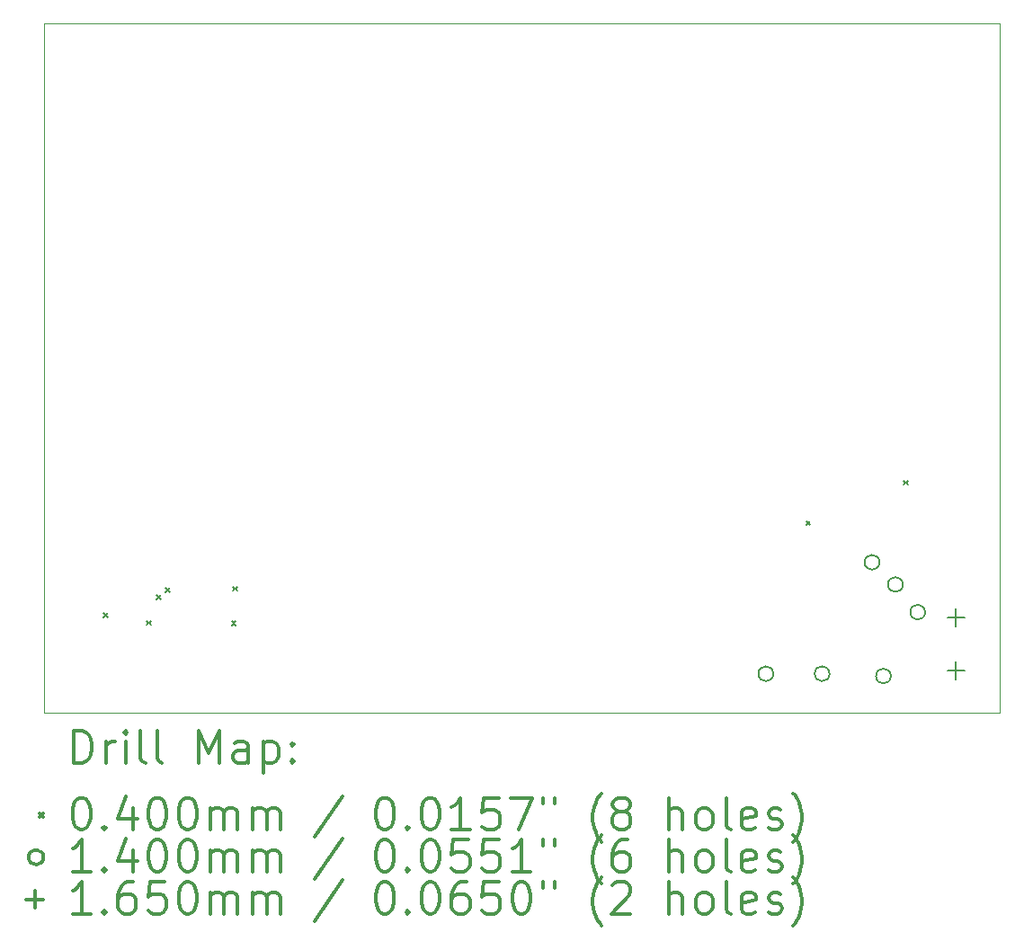
<source format=gbr>
%FSLAX45Y45*%
G04 Gerber Fmt 4.5, Leading zero omitted, Abs format (unit mm)*
G04 Created by KiCad (PCBNEW (5.1.10)-1) date 2021-12-10 13:21:43*
%MOMM*%
%LPD*%
G01*
G04 APERTURE LIST*
%TA.AperFunction,Profile*%
%ADD10C,0.050000*%
%TD*%
%ADD11C,0.200000*%
%ADD12C,0.300000*%
G04 APERTURE END LIST*
D10*
X10500000Y-13000000D02*
X10500000Y-6500000D01*
X19500000Y-13000000D02*
X10500000Y-13000000D01*
X19500000Y-6500000D02*
X19500000Y-13000000D01*
X10500000Y-6500000D02*
X19500000Y-6500000D01*
D11*
X11060000Y-12060000D02*
X11100000Y-12100000D01*
X11100000Y-12060000D02*
X11060000Y-12100000D01*
X11470000Y-12130000D02*
X11510000Y-12170000D01*
X11510000Y-12130000D02*
X11470000Y-12170000D01*
X11559999Y-11890000D02*
X11599999Y-11930000D01*
X11599999Y-11890000D02*
X11559999Y-11930000D01*
X11645000Y-11822000D02*
X11685000Y-11862000D01*
X11685000Y-11822000D02*
X11645000Y-11862000D01*
X12270149Y-12136052D02*
X12310149Y-12176052D01*
X12310149Y-12136052D02*
X12270149Y-12176052D01*
X12284404Y-11808583D02*
X12324404Y-11848583D01*
X12324404Y-11808583D02*
X12284404Y-11848583D01*
X17680000Y-11190000D02*
X17720000Y-11230000D01*
X17720000Y-11190000D02*
X17680000Y-11230000D01*
X18600000Y-10810000D02*
X18640000Y-10850000D01*
X18640000Y-10810000D02*
X18600000Y-10850000D01*
X17370000Y-12630000D02*
G75*
G03*
X17370000Y-12630000I-70000J0D01*
G01*
X17900000Y-12630000D02*
G75*
G03*
X17900000Y-12630000I-70000J0D01*
G01*
X18370000Y-11580000D02*
G75*
G03*
X18370000Y-11580000I-70000J0D01*
G01*
X18477501Y-12652499D02*
G75*
G03*
X18477501Y-12652499I-70000J0D01*
G01*
X18590000Y-11790000D02*
G75*
G03*
X18590000Y-11790000I-70000J0D01*
G01*
X18800000Y-12050000D02*
G75*
G03*
X18800000Y-12050000I-70000J0D01*
G01*
X19090000Y-12017500D02*
X19090000Y-12182500D01*
X19007500Y-12100000D02*
X19172500Y-12100000D01*
X19090000Y-12517500D02*
X19090000Y-12682500D01*
X19007500Y-12600000D02*
X19172500Y-12600000D01*
D12*
X10783928Y-13468214D02*
X10783928Y-13168214D01*
X10855357Y-13168214D01*
X10898214Y-13182500D01*
X10926786Y-13211071D01*
X10941071Y-13239643D01*
X10955357Y-13296786D01*
X10955357Y-13339643D01*
X10941071Y-13396786D01*
X10926786Y-13425357D01*
X10898214Y-13453929D01*
X10855357Y-13468214D01*
X10783928Y-13468214D01*
X11083928Y-13468214D02*
X11083928Y-13268214D01*
X11083928Y-13325357D02*
X11098214Y-13296786D01*
X11112500Y-13282500D01*
X11141071Y-13268214D01*
X11169643Y-13268214D01*
X11269643Y-13468214D02*
X11269643Y-13268214D01*
X11269643Y-13168214D02*
X11255357Y-13182500D01*
X11269643Y-13196786D01*
X11283928Y-13182500D01*
X11269643Y-13168214D01*
X11269643Y-13196786D01*
X11455357Y-13468214D02*
X11426786Y-13453929D01*
X11412500Y-13425357D01*
X11412500Y-13168214D01*
X11612500Y-13468214D02*
X11583928Y-13453929D01*
X11569643Y-13425357D01*
X11569643Y-13168214D01*
X11955357Y-13468214D02*
X11955357Y-13168214D01*
X12055357Y-13382500D01*
X12155357Y-13168214D01*
X12155357Y-13468214D01*
X12426786Y-13468214D02*
X12426786Y-13311071D01*
X12412500Y-13282500D01*
X12383928Y-13268214D01*
X12326786Y-13268214D01*
X12298214Y-13282500D01*
X12426786Y-13453929D02*
X12398214Y-13468214D01*
X12326786Y-13468214D01*
X12298214Y-13453929D01*
X12283928Y-13425357D01*
X12283928Y-13396786D01*
X12298214Y-13368214D01*
X12326786Y-13353929D01*
X12398214Y-13353929D01*
X12426786Y-13339643D01*
X12569643Y-13268214D02*
X12569643Y-13568214D01*
X12569643Y-13282500D02*
X12598214Y-13268214D01*
X12655357Y-13268214D01*
X12683928Y-13282500D01*
X12698214Y-13296786D01*
X12712500Y-13325357D01*
X12712500Y-13411071D01*
X12698214Y-13439643D01*
X12683928Y-13453929D01*
X12655357Y-13468214D01*
X12598214Y-13468214D01*
X12569643Y-13453929D01*
X12841071Y-13439643D02*
X12855357Y-13453929D01*
X12841071Y-13468214D01*
X12826786Y-13453929D01*
X12841071Y-13439643D01*
X12841071Y-13468214D01*
X12841071Y-13282500D02*
X12855357Y-13296786D01*
X12841071Y-13311071D01*
X12826786Y-13296786D01*
X12841071Y-13282500D01*
X12841071Y-13311071D01*
X10457500Y-13942500D02*
X10497500Y-13982500D01*
X10497500Y-13942500D02*
X10457500Y-13982500D01*
X10841071Y-13798214D02*
X10869643Y-13798214D01*
X10898214Y-13812500D01*
X10912500Y-13826786D01*
X10926786Y-13855357D01*
X10941071Y-13912500D01*
X10941071Y-13983929D01*
X10926786Y-14041071D01*
X10912500Y-14069643D01*
X10898214Y-14083929D01*
X10869643Y-14098214D01*
X10841071Y-14098214D01*
X10812500Y-14083929D01*
X10798214Y-14069643D01*
X10783928Y-14041071D01*
X10769643Y-13983929D01*
X10769643Y-13912500D01*
X10783928Y-13855357D01*
X10798214Y-13826786D01*
X10812500Y-13812500D01*
X10841071Y-13798214D01*
X11069643Y-14069643D02*
X11083928Y-14083929D01*
X11069643Y-14098214D01*
X11055357Y-14083929D01*
X11069643Y-14069643D01*
X11069643Y-14098214D01*
X11341071Y-13898214D02*
X11341071Y-14098214D01*
X11269643Y-13783929D02*
X11198214Y-13998214D01*
X11383928Y-13998214D01*
X11555357Y-13798214D02*
X11583928Y-13798214D01*
X11612500Y-13812500D01*
X11626786Y-13826786D01*
X11641071Y-13855357D01*
X11655357Y-13912500D01*
X11655357Y-13983929D01*
X11641071Y-14041071D01*
X11626786Y-14069643D01*
X11612500Y-14083929D01*
X11583928Y-14098214D01*
X11555357Y-14098214D01*
X11526786Y-14083929D01*
X11512500Y-14069643D01*
X11498214Y-14041071D01*
X11483928Y-13983929D01*
X11483928Y-13912500D01*
X11498214Y-13855357D01*
X11512500Y-13826786D01*
X11526786Y-13812500D01*
X11555357Y-13798214D01*
X11841071Y-13798214D02*
X11869643Y-13798214D01*
X11898214Y-13812500D01*
X11912500Y-13826786D01*
X11926786Y-13855357D01*
X11941071Y-13912500D01*
X11941071Y-13983929D01*
X11926786Y-14041071D01*
X11912500Y-14069643D01*
X11898214Y-14083929D01*
X11869643Y-14098214D01*
X11841071Y-14098214D01*
X11812500Y-14083929D01*
X11798214Y-14069643D01*
X11783928Y-14041071D01*
X11769643Y-13983929D01*
X11769643Y-13912500D01*
X11783928Y-13855357D01*
X11798214Y-13826786D01*
X11812500Y-13812500D01*
X11841071Y-13798214D01*
X12069643Y-14098214D02*
X12069643Y-13898214D01*
X12069643Y-13926786D02*
X12083928Y-13912500D01*
X12112500Y-13898214D01*
X12155357Y-13898214D01*
X12183928Y-13912500D01*
X12198214Y-13941071D01*
X12198214Y-14098214D01*
X12198214Y-13941071D02*
X12212500Y-13912500D01*
X12241071Y-13898214D01*
X12283928Y-13898214D01*
X12312500Y-13912500D01*
X12326786Y-13941071D01*
X12326786Y-14098214D01*
X12469643Y-14098214D02*
X12469643Y-13898214D01*
X12469643Y-13926786D02*
X12483928Y-13912500D01*
X12512500Y-13898214D01*
X12555357Y-13898214D01*
X12583928Y-13912500D01*
X12598214Y-13941071D01*
X12598214Y-14098214D01*
X12598214Y-13941071D02*
X12612500Y-13912500D01*
X12641071Y-13898214D01*
X12683928Y-13898214D01*
X12712500Y-13912500D01*
X12726786Y-13941071D01*
X12726786Y-14098214D01*
X13312500Y-13783929D02*
X13055357Y-14169643D01*
X13698214Y-13798214D02*
X13726786Y-13798214D01*
X13755357Y-13812500D01*
X13769643Y-13826786D01*
X13783928Y-13855357D01*
X13798214Y-13912500D01*
X13798214Y-13983929D01*
X13783928Y-14041071D01*
X13769643Y-14069643D01*
X13755357Y-14083929D01*
X13726786Y-14098214D01*
X13698214Y-14098214D01*
X13669643Y-14083929D01*
X13655357Y-14069643D01*
X13641071Y-14041071D01*
X13626786Y-13983929D01*
X13626786Y-13912500D01*
X13641071Y-13855357D01*
X13655357Y-13826786D01*
X13669643Y-13812500D01*
X13698214Y-13798214D01*
X13926786Y-14069643D02*
X13941071Y-14083929D01*
X13926786Y-14098214D01*
X13912500Y-14083929D01*
X13926786Y-14069643D01*
X13926786Y-14098214D01*
X14126786Y-13798214D02*
X14155357Y-13798214D01*
X14183928Y-13812500D01*
X14198214Y-13826786D01*
X14212500Y-13855357D01*
X14226786Y-13912500D01*
X14226786Y-13983929D01*
X14212500Y-14041071D01*
X14198214Y-14069643D01*
X14183928Y-14083929D01*
X14155357Y-14098214D01*
X14126786Y-14098214D01*
X14098214Y-14083929D01*
X14083928Y-14069643D01*
X14069643Y-14041071D01*
X14055357Y-13983929D01*
X14055357Y-13912500D01*
X14069643Y-13855357D01*
X14083928Y-13826786D01*
X14098214Y-13812500D01*
X14126786Y-13798214D01*
X14512500Y-14098214D02*
X14341071Y-14098214D01*
X14426786Y-14098214D02*
X14426786Y-13798214D01*
X14398214Y-13841071D01*
X14369643Y-13869643D01*
X14341071Y-13883929D01*
X14783928Y-13798214D02*
X14641071Y-13798214D01*
X14626786Y-13941071D01*
X14641071Y-13926786D01*
X14669643Y-13912500D01*
X14741071Y-13912500D01*
X14769643Y-13926786D01*
X14783928Y-13941071D01*
X14798214Y-13969643D01*
X14798214Y-14041071D01*
X14783928Y-14069643D01*
X14769643Y-14083929D01*
X14741071Y-14098214D01*
X14669643Y-14098214D01*
X14641071Y-14083929D01*
X14626786Y-14069643D01*
X14898214Y-13798214D02*
X15098214Y-13798214D01*
X14969643Y-14098214D01*
X15198214Y-13798214D02*
X15198214Y-13855357D01*
X15312500Y-13798214D02*
X15312500Y-13855357D01*
X15755357Y-14212500D02*
X15741071Y-14198214D01*
X15712500Y-14155357D01*
X15698214Y-14126786D01*
X15683928Y-14083929D01*
X15669643Y-14012500D01*
X15669643Y-13955357D01*
X15683928Y-13883929D01*
X15698214Y-13841071D01*
X15712500Y-13812500D01*
X15741071Y-13769643D01*
X15755357Y-13755357D01*
X15912500Y-13926786D02*
X15883928Y-13912500D01*
X15869643Y-13898214D01*
X15855357Y-13869643D01*
X15855357Y-13855357D01*
X15869643Y-13826786D01*
X15883928Y-13812500D01*
X15912500Y-13798214D01*
X15969643Y-13798214D01*
X15998214Y-13812500D01*
X16012500Y-13826786D01*
X16026786Y-13855357D01*
X16026786Y-13869643D01*
X16012500Y-13898214D01*
X15998214Y-13912500D01*
X15969643Y-13926786D01*
X15912500Y-13926786D01*
X15883928Y-13941071D01*
X15869643Y-13955357D01*
X15855357Y-13983929D01*
X15855357Y-14041071D01*
X15869643Y-14069643D01*
X15883928Y-14083929D01*
X15912500Y-14098214D01*
X15969643Y-14098214D01*
X15998214Y-14083929D01*
X16012500Y-14069643D01*
X16026786Y-14041071D01*
X16026786Y-13983929D01*
X16012500Y-13955357D01*
X15998214Y-13941071D01*
X15969643Y-13926786D01*
X16383928Y-14098214D02*
X16383928Y-13798214D01*
X16512500Y-14098214D02*
X16512500Y-13941071D01*
X16498214Y-13912500D01*
X16469643Y-13898214D01*
X16426786Y-13898214D01*
X16398214Y-13912500D01*
X16383928Y-13926786D01*
X16698214Y-14098214D02*
X16669643Y-14083929D01*
X16655357Y-14069643D01*
X16641071Y-14041071D01*
X16641071Y-13955357D01*
X16655357Y-13926786D01*
X16669643Y-13912500D01*
X16698214Y-13898214D01*
X16741071Y-13898214D01*
X16769643Y-13912500D01*
X16783928Y-13926786D01*
X16798214Y-13955357D01*
X16798214Y-14041071D01*
X16783928Y-14069643D01*
X16769643Y-14083929D01*
X16741071Y-14098214D01*
X16698214Y-14098214D01*
X16969643Y-14098214D02*
X16941071Y-14083929D01*
X16926786Y-14055357D01*
X16926786Y-13798214D01*
X17198214Y-14083929D02*
X17169643Y-14098214D01*
X17112500Y-14098214D01*
X17083928Y-14083929D01*
X17069643Y-14055357D01*
X17069643Y-13941071D01*
X17083928Y-13912500D01*
X17112500Y-13898214D01*
X17169643Y-13898214D01*
X17198214Y-13912500D01*
X17212500Y-13941071D01*
X17212500Y-13969643D01*
X17069643Y-13998214D01*
X17326786Y-14083929D02*
X17355357Y-14098214D01*
X17412500Y-14098214D01*
X17441071Y-14083929D01*
X17455357Y-14055357D01*
X17455357Y-14041071D01*
X17441071Y-14012500D01*
X17412500Y-13998214D01*
X17369643Y-13998214D01*
X17341071Y-13983929D01*
X17326786Y-13955357D01*
X17326786Y-13941071D01*
X17341071Y-13912500D01*
X17369643Y-13898214D01*
X17412500Y-13898214D01*
X17441071Y-13912500D01*
X17555357Y-14212500D02*
X17569643Y-14198214D01*
X17598214Y-14155357D01*
X17612500Y-14126786D01*
X17626786Y-14083929D01*
X17641071Y-14012500D01*
X17641071Y-13955357D01*
X17626786Y-13883929D01*
X17612500Y-13841071D01*
X17598214Y-13812500D01*
X17569643Y-13769643D01*
X17555357Y-13755357D01*
X10497500Y-14358500D02*
G75*
G03*
X10497500Y-14358500I-70000J0D01*
G01*
X10941071Y-14494214D02*
X10769643Y-14494214D01*
X10855357Y-14494214D02*
X10855357Y-14194214D01*
X10826786Y-14237071D01*
X10798214Y-14265643D01*
X10769643Y-14279929D01*
X11069643Y-14465643D02*
X11083928Y-14479929D01*
X11069643Y-14494214D01*
X11055357Y-14479929D01*
X11069643Y-14465643D01*
X11069643Y-14494214D01*
X11341071Y-14294214D02*
X11341071Y-14494214D01*
X11269643Y-14179929D02*
X11198214Y-14394214D01*
X11383928Y-14394214D01*
X11555357Y-14194214D02*
X11583928Y-14194214D01*
X11612500Y-14208500D01*
X11626786Y-14222786D01*
X11641071Y-14251357D01*
X11655357Y-14308500D01*
X11655357Y-14379929D01*
X11641071Y-14437071D01*
X11626786Y-14465643D01*
X11612500Y-14479929D01*
X11583928Y-14494214D01*
X11555357Y-14494214D01*
X11526786Y-14479929D01*
X11512500Y-14465643D01*
X11498214Y-14437071D01*
X11483928Y-14379929D01*
X11483928Y-14308500D01*
X11498214Y-14251357D01*
X11512500Y-14222786D01*
X11526786Y-14208500D01*
X11555357Y-14194214D01*
X11841071Y-14194214D02*
X11869643Y-14194214D01*
X11898214Y-14208500D01*
X11912500Y-14222786D01*
X11926786Y-14251357D01*
X11941071Y-14308500D01*
X11941071Y-14379929D01*
X11926786Y-14437071D01*
X11912500Y-14465643D01*
X11898214Y-14479929D01*
X11869643Y-14494214D01*
X11841071Y-14494214D01*
X11812500Y-14479929D01*
X11798214Y-14465643D01*
X11783928Y-14437071D01*
X11769643Y-14379929D01*
X11769643Y-14308500D01*
X11783928Y-14251357D01*
X11798214Y-14222786D01*
X11812500Y-14208500D01*
X11841071Y-14194214D01*
X12069643Y-14494214D02*
X12069643Y-14294214D01*
X12069643Y-14322786D02*
X12083928Y-14308500D01*
X12112500Y-14294214D01*
X12155357Y-14294214D01*
X12183928Y-14308500D01*
X12198214Y-14337071D01*
X12198214Y-14494214D01*
X12198214Y-14337071D02*
X12212500Y-14308500D01*
X12241071Y-14294214D01*
X12283928Y-14294214D01*
X12312500Y-14308500D01*
X12326786Y-14337071D01*
X12326786Y-14494214D01*
X12469643Y-14494214D02*
X12469643Y-14294214D01*
X12469643Y-14322786D02*
X12483928Y-14308500D01*
X12512500Y-14294214D01*
X12555357Y-14294214D01*
X12583928Y-14308500D01*
X12598214Y-14337071D01*
X12598214Y-14494214D01*
X12598214Y-14337071D02*
X12612500Y-14308500D01*
X12641071Y-14294214D01*
X12683928Y-14294214D01*
X12712500Y-14308500D01*
X12726786Y-14337071D01*
X12726786Y-14494214D01*
X13312500Y-14179929D02*
X13055357Y-14565643D01*
X13698214Y-14194214D02*
X13726786Y-14194214D01*
X13755357Y-14208500D01*
X13769643Y-14222786D01*
X13783928Y-14251357D01*
X13798214Y-14308500D01*
X13798214Y-14379929D01*
X13783928Y-14437071D01*
X13769643Y-14465643D01*
X13755357Y-14479929D01*
X13726786Y-14494214D01*
X13698214Y-14494214D01*
X13669643Y-14479929D01*
X13655357Y-14465643D01*
X13641071Y-14437071D01*
X13626786Y-14379929D01*
X13626786Y-14308500D01*
X13641071Y-14251357D01*
X13655357Y-14222786D01*
X13669643Y-14208500D01*
X13698214Y-14194214D01*
X13926786Y-14465643D02*
X13941071Y-14479929D01*
X13926786Y-14494214D01*
X13912500Y-14479929D01*
X13926786Y-14465643D01*
X13926786Y-14494214D01*
X14126786Y-14194214D02*
X14155357Y-14194214D01*
X14183928Y-14208500D01*
X14198214Y-14222786D01*
X14212500Y-14251357D01*
X14226786Y-14308500D01*
X14226786Y-14379929D01*
X14212500Y-14437071D01*
X14198214Y-14465643D01*
X14183928Y-14479929D01*
X14155357Y-14494214D01*
X14126786Y-14494214D01*
X14098214Y-14479929D01*
X14083928Y-14465643D01*
X14069643Y-14437071D01*
X14055357Y-14379929D01*
X14055357Y-14308500D01*
X14069643Y-14251357D01*
X14083928Y-14222786D01*
X14098214Y-14208500D01*
X14126786Y-14194214D01*
X14498214Y-14194214D02*
X14355357Y-14194214D01*
X14341071Y-14337071D01*
X14355357Y-14322786D01*
X14383928Y-14308500D01*
X14455357Y-14308500D01*
X14483928Y-14322786D01*
X14498214Y-14337071D01*
X14512500Y-14365643D01*
X14512500Y-14437071D01*
X14498214Y-14465643D01*
X14483928Y-14479929D01*
X14455357Y-14494214D01*
X14383928Y-14494214D01*
X14355357Y-14479929D01*
X14341071Y-14465643D01*
X14783928Y-14194214D02*
X14641071Y-14194214D01*
X14626786Y-14337071D01*
X14641071Y-14322786D01*
X14669643Y-14308500D01*
X14741071Y-14308500D01*
X14769643Y-14322786D01*
X14783928Y-14337071D01*
X14798214Y-14365643D01*
X14798214Y-14437071D01*
X14783928Y-14465643D01*
X14769643Y-14479929D01*
X14741071Y-14494214D01*
X14669643Y-14494214D01*
X14641071Y-14479929D01*
X14626786Y-14465643D01*
X15083928Y-14494214D02*
X14912500Y-14494214D01*
X14998214Y-14494214D02*
X14998214Y-14194214D01*
X14969643Y-14237071D01*
X14941071Y-14265643D01*
X14912500Y-14279929D01*
X15198214Y-14194214D02*
X15198214Y-14251357D01*
X15312500Y-14194214D02*
X15312500Y-14251357D01*
X15755357Y-14608500D02*
X15741071Y-14594214D01*
X15712500Y-14551357D01*
X15698214Y-14522786D01*
X15683928Y-14479929D01*
X15669643Y-14408500D01*
X15669643Y-14351357D01*
X15683928Y-14279929D01*
X15698214Y-14237071D01*
X15712500Y-14208500D01*
X15741071Y-14165643D01*
X15755357Y-14151357D01*
X15998214Y-14194214D02*
X15941071Y-14194214D01*
X15912500Y-14208500D01*
X15898214Y-14222786D01*
X15869643Y-14265643D01*
X15855357Y-14322786D01*
X15855357Y-14437071D01*
X15869643Y-14465643D01*
X15883928Y-14479929D01*
X15912500Y-14494214D01*
X15969643Y-14494214D01*
X15998214Y-14479929D01*
X16012500Y-14465643D01*
X16026786Y-14437071D01*
X16026786Y-14365643D01*
X16012500Y-14337071D01*
X15998214Y-14322786D01*
X15969643Y-14308500D01*
X15912500Y-14308500D01*
X15883928Y-14322786D01*
X15869643Y-14337071D01*
X15855357Y-14365643D01*
X16383928Y-14494214D02*
X16383928Y-14194214D01*
X16512500Y-14494214D02*
X16512500Y-14337071D01*
X16498214Y-14308500D01*
X16469643Y-14294214D01*
X16426786Y-14294214D01*
X16398214Y-14308500D01*
X16383928Y-14322786D01*
X16698214Y-14494214D02*
X16669643Y-14479929D01*
X16655357Y-14465643D01*
X16641071Y-14437071D01*
X16641071Y-14351357D01*
X16655357Y-14322786D01*
X16669643Y-14308500D01*
X16698214Y-14294214D01*
X16741071Y-14294214D01*
X16769643Y-14308500D01*
X16783928Y-14322786D01*
X16798214Y-14351357D01*
X16798214Y-14437071D01*
X16783928Y-14465643D01*
X16769643Y-14479929D01*
X16741071Y-14494214D01*
X16698214Y-14494214D01*
X16969643Y-14494214D02*
X16941071Y-14479929D01*
X16926786Y-14451357D01*
X16926786Y-14194214D01*
X17198214Y-14479929D02*
X17169643Y-14494214D01*
X17112500Y-14494214D01*
X17083928Y-14479929D01*
X17069643Y-14451357D01*
X17069643Y-14337071D01*
X17083928Y-14308500D01*
X17112500Y-14294214D01*
X17169643Y-14294214D01*
X17198214Y-14308500D01*
X17212500Y-14337071D01*
X17212500Y-14365643D01*
X17069643Y-14394214D01*
X17326786Y-14479929D02*
X17355357Y-14494214D01*
X17412500Y-14494214D01*
X17441071Y-14479929D01*
X17455357Y-14451357D01*
X17455357Y-14437071D01*
X17441071Y-14408500D01*
X17412500Y-14394214D01*
X17369643Y-14394214D01*
X17341071Y-14379929D01*
X17326786Y-14351357D01*
X17326786Y-14337071D01*
X17341071Y-14308500D01*
X17369643Y-14294214D01*
X17412500Y-14294214D01*
X17441071Y-14308500D01*
X17555357Y-14608500D02*
X17569643Y-14594214D01*
X17598214Y-14551357D01*
X17612500Y-14522786D01*
X17626786Y-14479929D01*
X17641071Y-14408500D01*
X17641071Y-14351357D01*
X17626786Y-14279929D01*
X17612500Y-14237071D01*
X17598214Y-14208500D01*
X17569643Y-14165643D01*
X17555357Y-14151357D01*
X10415000Y-14672000D02*
X10415000Y-14837000D01*
X10332500Y-14754500D02*
X10497500Y-14754500D01*
X10941071Y-14890214D02*
X10769643Y-14890214D01*
X10855357Y-14890214D02*
X10855357Y-14590214D01*
X10826786Y-14633071D01*
X10798214Y-14661643D01*
X10769643Y-14675929D01*
X11069643Y-14861643D02*
X11083928Y-14875929D01*
X11069643Y-14890214D01*
X11055357Y-14875929D01*
X11069643Y-14861643D01*
X11069643Y-14890214D01*
X11341071Y-14590214D02*
X11283928Y-14590214D01*
X11255357Y-14604500D01*
X11241071Y-14618786D01*
X11212500Y-14661643D01*
X11198214Y-14718786D01*
X11198214Y-14833071D01*
X11212500Y-14861643D01*
X11226786Y-14875929D01*
X11255357Y-14890214D01*
X11312500Y-14890214D01*
X11341071Y-14875929D01*
X11355357Y-14861643D01*
X11369643Y-14833071D01*
X11369643Y-14761643D01*
X11355357Y-14733071D01*
X11341071Y-14718786D01*
X11312500Y-14704500D01*
X11255357Y-14704500D01*
X11226786Y-14718786D01*
X11212500Y-14733071D01*
X11198214Y-14761643D01*
X11641071Y-14590214D02*
X11498214Y-14590214D01*
X11483928Y-14733071D01*
X11498214Y-14718786D01*
X11526786Y-14704500D01*
X11598214Y-14704500D01*
X11626786Y-14718786D01*
X11641071Y-14733071D01*
X11655357Y-14761643D01*
X11655357Y-14833071D01*
X11641071Y-14861643D01*
X11626786Y-14875929D01*
X11598214Y-14890214D01*
X11526786Y-14890214D01*
X11498214Y-14875929D01*
X11483928Y-14861643D01*
X11841071Y-14590214D02*
X11869643Y-14590214D01*
X11898214Y-14604500D01*
X11912500Y-14618786D01*
X11926786Y-14647357D01*
X11941071Y-14704500D01*
X11941071Y-14775929D01*
X11926786Y-14833071D01*
X11912500Y-14861643D01*
X11898214Y-14875929D01*
X11869643Y-14890214D01*
X11841071Y-14890214D01*
X11812500Y-14875929D01*
X11798214Y-14861643D01*
X11783928Y-14833071D01*
X11769643Y-14775929D01*
X11769643Y-14704500D01*
X11783928Y-14647357D01*
X11798214Y-14618786D01*
X11812500Y-14604500D01*
X11841071Y-14590214D01*
X12069643Y-14890214D02*
X12069643Y-14690214D01*
X12069643Y-14718786D02*
X12083928Y-14704500D01*
X12112500Y-14690214D01*
X12155357Y-14690214D01*
X12183928Y-14704500D01*
X12198214Y-14733071D01*
X12198214Y-14890214D01*
X12198214Y-14733071D02*
X12212500Y-14704500D01*
X12241071Y-14690214D01*
X12283928Y-14690214D01*
X12312500Y-14704500D01*
X12326786Y-14733071D01*
X12326786Y-14890214D01*
X12469643Y-14890214D02*
X12469643Y-14690214D01*
X12469643Y-14718786D02*
X12483928Y-14704500D01*
X12512500Y-14690214D01*
X12555357Y-14690214D01*
X12583928Y-14704500D01*
X12598214Y-14733071D01*
X12598214Y-14890214D01*
X12598214Y-14733071D02*
X12612500Y-14704500D01*
X12641071Y-14690214D01*
X12683928Y-14690214D01*
X12712500Y-14704500D01*
X12726786Y-14733071D01*
X12726786Y-14890214D01*
X13312500Y-14575929D02*
X13055357Y-14961643D01*
X13698214Y-14590214D02*
X13726786Y-14590214D01*
X13755357Y-14604500D01*
X13769643Y-14618786D01*
X13783928Y-14647357D01*
X13798214Y-14704500D01*
X13798214Y-14775929D01*
X13783928Y-14833071D01*
X13769643Y-14861643D01*
X13755357Y-14875929D01*
X13726786Y-14890214D01*
X13698214Y-14890214D01*
X13669643Y-14875929D01*
X13655357Y-14861643D01*
X13641071Y-14833071D01*
X13626786Y-14775929D01*
X13626786Y-14704500D01*
X13641071Y-14647357D01*
X13655357Y-14618786D01*
X13669643Y-14604500D01*
X13698214Y-14590214D01*
X13926786Y-14861643D02*
X13941071Y-14875929D01*
X13926786Y-14890214D01*
X13912500Y-14875929D01*
X13926786Y-14861643D01*
X13926786Y-14890214D01*
X14126786Y-14590214D02*
X14155357Y-14590214D01*
X14183928Y-14604500D01*
X14198214Y-14618786D01*
X14212500Y-14647357D01*
X14226786Y-14704500D01*
X14226786Y-14775929D01*
X14212500Y-14833071D01*
X14198214Y-14861643D01*
X14183928Y-14875929D01*
X14155357Y-14890214D01*
X14126786Y-14890214D01*
X14098214Y-14875929D01*
X14083928Y-14861643D01*
X14069643Y-14833071D01*
X14055357Y-14775929D01*
X14055357Y-14704500D01*
X14069643Y-14647357D01*
X14083928Y-14618786D01*
X14098214Y-14604500D01*
X14126786Y-14590214D01*
X14483928Y-14590214D02*
X14426786Y-14590214D01*
X14398214Y-14604500D01*
X14383928Y-14618786D01*
X14355357Y-14661643D01*
X14341071Y-14718786D01*
X14341071Y-14833071D01*
X14355357Y-14861643D01*
X14369643Y-14875929D01*
X14398214Y-14890214D01*
X14455357Y-14890214D01*
X14483928Y-14875929D01*
X14498214Y-14861643D01*
X14512500Y-14833071D01*
X14512500Y-14761643D01*
X14498214Y-14733071D01*
X14483928Y-14718786D01*
X14455357Y-14704500D01*
X14398214Y-14704500D01*
X14369643Y-14718786D01*
X14355357Y-14733071D01*
X14341071Y-14761643D01*
X14783928Y-14590214D02*
X14641071Y-14590214D01*
X14626786Y-14733071D01*
X14641071Y-14718786D01*
X14669643Y-14704500D01*
X14741071Y-14704500D01*
X14769643Y-14718786D01*
X14783928Y-14733071D01*
X14798214Y-14761643D01*
X14798214Y-14833071D01*
X14783928Y-14861643D01*
X14769643Y-14875929D01*
X14741071Y-14890214D01*
X14669643Y-14890214D01*
X14641071Y-14875929D01*
X14626786Y-14861643D01*
X14983928Y-14590214D02*
X15012500Y-14590214D01*
X15041071Y-14604500D01*
X15055357Y-14618786D01*
X15069643Y-14647357D01*
X15083928Y-14704500D01*
X15083928Y-14775929D01*
X15069643Y-14833071D01*
X15055357Y-14861643D01*
X15041071Y-14875929D01*
X15012500Y-14890214D01*
X14983928Y-14890214D01*
X14955357Y-14875929D01*
X14941071Y-14861643D01*
X14926786Y-14833071D01*
X14912500Y-14775929D01*
X14912500Y-14704500D01*
X14926786Y-14647357D01*
X14941071Y-14618786D01*
X14955357Y-14604500D01*
X14983928Y-14590214D01*
X15198214Y-14590214D02*
X15198214Y-14647357D01*
X15312500Y-14590214D02*
X15312500Y-14647357D01*
X15755357Y-15004500D02*
X15741071Y-14990214D01*
X15712500Y-14947357D01*
X15698214Y-14918786D01*
X15683928Y-14875929D01*
X15669643Y-14804500D01*
X15669643Y-14747357D01*
X15683928Y-14675929D01*
X15698214Y-14633071D01*
X15712500Y-14604500D01*
X15741071Y-14561643D01*
X15755357Y-14547357D01*
X15855357Y-14618786D02*
X15869643Y-14604500D01*
X15898214Y-14590214D01*
X15969643Y-14590214D01*
X15998214Y-14604500D01*
X16012500Y-14618786D01*
X16026786Y-14647357D01*
X16026786Y-14675929D01*
X16012500Y-14718786D01*
X15841071Y-14890214D01*
X16026786Y-14890214D01*
X16383928Y-14890214D02*
X16383928Y-14590214D01*
X16512500Y-14890214D02*
X16512500Y-14733071D01*
X16498214Y-14704500D01*
X16469643Y-14690214D01*
X16426786Y-14690214D01*
X16398214Y-14704500D01*
X16383928Y-14718786D01*
X16698214Y-14890214D02*
X16669643Y-14875929D01*
X16655357Y-14861643D01*
X16641071Y-14833071D01*
X16641071Y-14747357D01*
X16655357Y-14718786D01*
X16669643Y-14704500D01*
X16698214Y-14690214D01*
X16741071Y-14690214D01*
X16769643Y-14704500D01*
X16783928Y-14718786D01*
X16798214Y-14747357D01*
X16798214Y-14833071D01*
X16783928Y-14861643D01*
X16769643Y-14875929D01*
X16741071Y-14890214D01*
X16698214Y-14890214D01*
X16969643Y-14890214D02*
X16941071Y-14875929D01*
X16926786Y-14847357D01*
X16926786Y-14590214D01*
X17198214Y-14875929D02*
X17169643Y-14890214D01*
X17112500Y-14890214D01*
X17083928Y-14875929D01*
X17069643Y-14847357D01*
X17069643Y-14733071D01*
X17083928Y-14704500D01*
X17112500Y-14690214D01*
X17169643Y-14690214D01*
X17198214Y-14704500D01*
X17212500Y-14733071D01*
X17212500Y-14761643D01*
X17069643Y-14790214D01*
X17326786Y-14875929D02*
X17355357Y-14890214D01*
X17412500Y-14890214D01*
X17441071Y-14875929D01*
X17455357Y-14847357D01*
X17455357Y-14833071D01*
X17441071Y-14804500D01*
X17412500Y-14790214D01*
X17369643Y-14790214D01*
X17341071Y-14775929D01*
X17326786Y-14747357D01*
X17326786Y-14733071D01*
X17341071Y-14704500D01*
X17369643Y-14690214D01*
X17412500Y-14690214D01*
X17441071Y-14704500D01*
X17555357Y-15004500D02*
X17569643Y-14990214D01*
X17598214Y-14947357D01*
X17612500Y-14918786D01*
X17626786Y-14875929D01*
X17641071Y-14804500D01*
X17641071Y-14747357D01*
X17626786Y-14675929D01*
X17612500Y-14633071D01*
X17598214Y-14604500D01*
X17569643Y-14561643D01*
X17555357Y-14547357D01*
M02*

</source>
